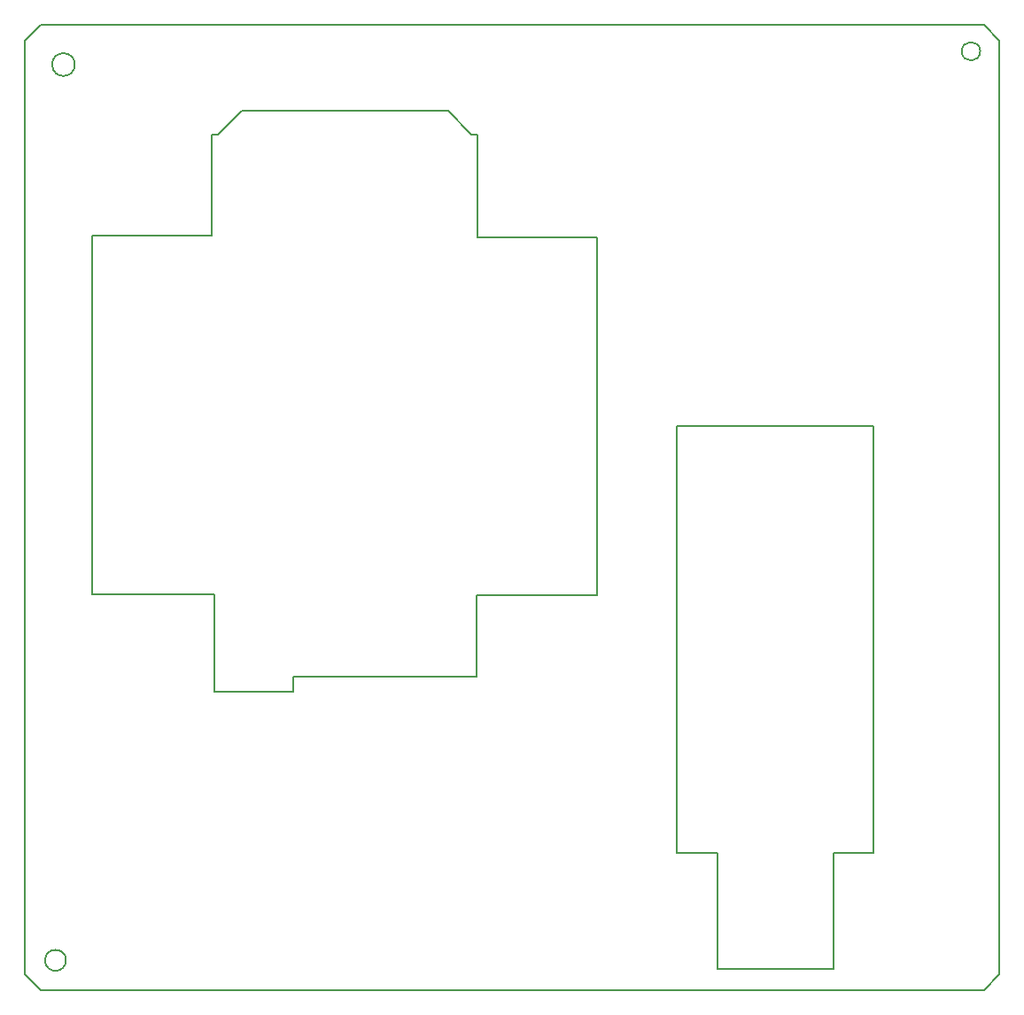
<source format=gm1>
G04 #@! TF.FileFunction,Profile,NP*
%FSLAX46Y46*%
G04 Gerber Fmt 4.6, Leading zero omitted, Abs format (unit mm)*
G04 Created by KiCad (PCBNEW 4.0.7) date 10/27/19 12:55:04*
%MOMM*%
%LPD*%
G01*
G04 APERTURE LIST*
%ADD10C,0.100000*%
%ADD11C,0.150000*%
G04 APERTURE END LIST*
D10*
D11*
X201955400Y-102082600D02*
X201955400Y-61239400D01*
X205816200Y-102082600D02*
X201955400Y-102082600D01*
X205816200Y-113157000D02*
X205816200Y-102082600D01*
X216890600Y-113157000D02*
X205816200Y-113157000D01*
X216890600Y-102082600D02*
X216890600Y-113157000D01*
X220751400Y-102082600D02*
X216890600Y-102082600D01*
X220751400Y-61239400D02*
X220751400Y-102082600D01*
X201955400Y-61239400D02*
X220751400Y-61239400D01*
X144392780Y-26720800D02*
G75*
G03X144392780Y-26720800I-1085980J0D01*
G01*
X143546733Y-112344200D02*
G75*
G03X143546733Y-112344200I-1001933J0D01*
G01*
X230933892Y-25450800D02*
G75*
G03X230933892Y-25450800I-886092J0D01*
G01*
X232765600Y-29743400D02*
X232765600Y-24434800D01*
X139649200Y-29743400D02*
X139649200Y-24460200D01*
X141147800Y-22936200D02*
X231267000Y-22936200D01*
X139649200Y-113690400D02*
X139649200Y-29768800D01*
X231267000Y-115189000D02*
X141147800Y-115189000D01*
X232765600Y-29768800D02*
X232765600Y-113690400D01*
X231267000Y-22936200D02*
X232765600Y-24434800D01*
X231267000Y-115189000D02*
X232765600Y-113690400D01*
X139649200Y-24434800D02*
X141147800Y-22936200D01*
X139649200Y-113690400D02*
X141147800Y-115189000D01*
X157480000Y-43027600D02*
X157480000Y-33451800D01*
X146050000Y-43027600D02*
X157480000Y-43027600D01*
X146050000Y-77317600D02*
X146050000Y-43027600D01*
X157734000Y-77317600D02*
X146050000Y-77317600D01*
X157734000Y-86639400D02*
X157734000Y-77317600D01*
X165303200Y-86639400D02*
X157734000Y-86639400D01*
X165303200Y-85242400D02*
X165303200Y-86639400D01*
X182829200Y-85242400D02*
X165303200Y-85242400D01*
X182829200Y-77419200D02*
X182829200Y-85242400D01*
X194310000Y-77419200D02*
X182829200Y-77419200D01*
X194310000Y-43205400D02*
X194310000Y-77419200D01*
X182905400Y-43205400D02*
X194310000Y-43205400D01*
X182905400Y-33375600D02*
X182905400Y-43205400D01*
X182295800Y-33375600D02*
X182905400Y-33375600D01*
X180086000Y-31165800D02*
X182295800Y-33375600D01*
X160324800Y-31165800D02*
X180086000Y-31165800D01*
X158038800Y-33451800D02*
X160324800Y-31165800D01*
X157480000Y-33451800D02*
X158038800Y-33451800D01*
M02*

</source>
